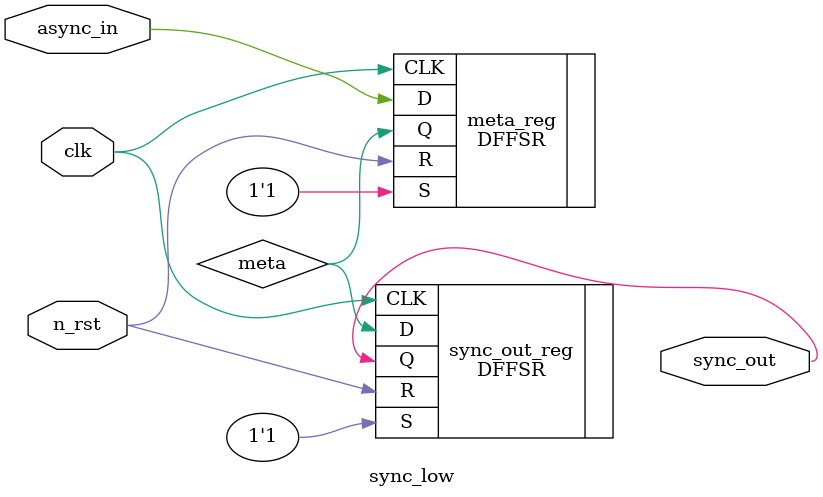
<source format=v>


module sync_low ( clk, n_rst, async_in, sync_out );
  input clk, n_rst, async_in;
  output sync_out;
  wire   meta;

  DFFSR meta_reg ( .D(async_in), .CLK(clk), .R(n_rst), .S(1'b1), .Q(meta) );
  DFFSR sync_out_reg ( .D(meta), .CLK(clk), .R(n_rst), .S(1'b1), .Q(sync_out)
         );
endmodule


</source>
